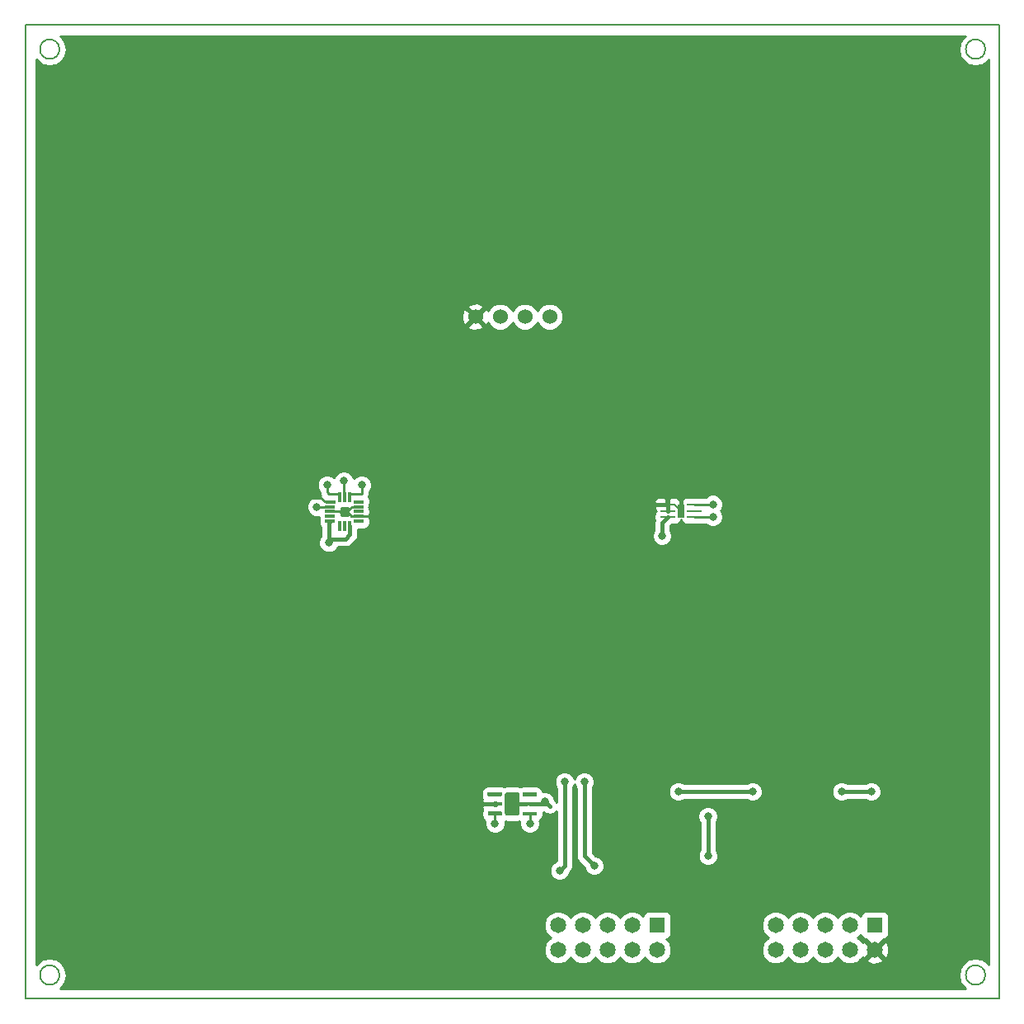
<source format=gbr>
%TF.GenerationSoftware,KiCad,Pcbnew,(5.0.0)*%
%TF.CreationDate,2020-03-23T14:28:17+01:00*%
%TF.ProjectId,Schaltplan_Modul4,536368616C74706C616E5F4D6F64756C,rev?*%
%TF.SameCoordinates,Original*%
%TF.FileFunction,Copper,L2,Bot,Signal*%
%TF.FilePolarity,Positive*%
%FSLAX46Y46*%
G04 Gerber Fmt 4.6, Leading zero omitted, Abs format (unit mm)*
G04 Created by KiCad (PCBNEW (5.0.0)) date 03/23/20 14:28:17*
%MOMM*%
%LPD*%
G01*
G04 APERTURE LIST*
%TA.AperFunction,NonConductor*%
%ADD10C,0.200000*%
%TD*%
%TA.AperFunction,ComponentPad*%
%ADD11C,1.530000*%
%TD*%
%TA.AperFunction,SMDPad,CuDef*%
%ADD12R,0.350000X1.000000*%
%TD*%
%TA.AperFunction,SMDPad,CuDef*%
%ADD13R,1.000000X0.350000*%
%TD*%
%TA.AperFunction,SMDPad,CuDef*%
%ADD14R,0.650000X1.350000*%
%TD*%
%TA.AperFunction,SMDPad,CuDef*%
%ADD15R,1.500000X0.270000*%
%TD*%
%TA.AperFunction,Conductor*%
%ADD16C,0.150000*%
%TD*%
%TA.AperFunction,SMDPad,CuDef*%
%ADD17C,1.500000*%
%TD*%
%TA.AperFunction,SMDPad,CuDef*%
%ADD18C,0.400000*%
%TD*%
%TA.AperFunction,ComponentPad*%
%ADD19R,1.650000X1.650000*%
%TD*%
%TA.AperFunction,ComponentPad*%
%ADD20C,1.650000*%
%TD*%
%TA.AperFunction,ViaPad*%
%ADD21C,0.800000*%
%TD*%
%TA.AperFunction,Conductor*%
%ADD22C,0.250000*%
%TD*%
%TA.AperFunction,Conductor*%
%ADD23C,0.200000*%
%TD*%
%TA.AperFunction,Conductor*%
%ADD24C,0.400000*%
%TD*%
%TA.AperFunction,Conductor*%
%ADD25C,0.254000*%
%TD*%
G04 APERTURE END LIST*
D10*
X103500000Y-147576000D02*
G75*
G03X103500000Y-147576000I-1000000J0D01*
G01*
X198576000Y-147576000D02*
G75*
G03X198576000Y-147576000I-1000000J0D01*
G01*
X198576000Y-52500000D02*
G75*
G03X198576000Y-52500000I-1000000J0D01*
G01*
X103500000Y-52500000D02*
G75*
G03X103500000Y-52500000I-1000000J0D01*
G01*
X100000000Y-50000000D02*
X100000000Y-150000000D01*
X100000000Y-150000000D02*
X200000000Y-150000000D01*
X200000000Y-50000000D02*
X200000000Y-150000000D01*
X100000000Y-50000000D02*
X200000000Y-50000000D01*
D11*
%TO.P,J1,4*%
%TO.N,GND*%
X146228000Y-79972000D03*
%TO.P,J1,1*%
%TO.N,+5V*%
X153848000Y-79972000D03*
%TO.P,J1,2*%
%TO.N,Net-(J1-Pad2)*%
X151308000Y-79972000D03*
%TO.P,J1,3*%
%TO.N,Net-(C2-Pad1)*%
X148768000Y-79972000D03*
%TD*%
D12*
%TO.P,AC1,6*%
%TO.N,/SDA*%
X132255000Y-98485000D03*
%TO.P,AC1,7*%
%TO.N,Net-(AC1-Pad7)*%
X132755000Y-98485000D03*
%TO.P,AC1,8*%
%TO.N,Net-(AC1-Pad8)*%
X133255000Y-98485000D03*
D13*
%TO.P,AC1,9*%
%TO.N,Net-(AC1-Pad9)*%
X134220000Y-98980000D03*
%TO.P,AC1,10*%
%TO.N,GND*%
X134220000Y-99480000D03*
%TO.P,AC1,11*%
%TO.N,Net-(AC1-Pad11)*%
X134220000Y-99980000D03*
%TO.P,AC1,12*%
%TO.N,GND*%
X134220000Y-100480000D03*
%TO.P,AC1,13*%
%TO.N,Net-(AC1-Pad13)*%
X134220000Y-100980000D03*
D12*
%TO.P,AC1,14*%
%TO.N,+3V3*%
X133255000Y-101485000D03*
%TO.P,AC1,15*%
%TO.N,Net-(AC1-Pad15)*%
X132755000Y-101485000D03*
%TO.P,AC1,16*%
%TO.N,Net-(AC1-Pad16)*%
X132255000Y-101485000D03*
D13*
%TO.P,AC1,1*%
%TO.N,+3V3*%
X131300000Y-100980000D03*
%TO.P,AC1,2*%
%TO.N,Net-(AC1-Pad2)*%
X131300000Y-100480000D03*
%TO.P,AC1,3*%
%TO.N,GND*%
X131300000Y-99980000D03*
%TO.P,AC1,4*%
%TO.N,/SCL*%
X131300000Y-99480000D03*
%TO.P,AC1,5*%
%TO.N,GND*%
X131305000Y-98980000D03*
%TD*%
D14*
%TO.P,IC1,7*%
%TO.N,GND*%
X167309999Y-99905920D03*
D15*
%TO.P,IC1,6*%
%TO.N,/SDA*%
X168694999Y-100555920D03*
%TO.P,IC1,5*%
%TO.N,Net-(IC1-Pad5)*%
X168694999Y-99905920D03*
%TO.P,IC1,4*%
%TO.N,/SCL*%
X168689999Y-99255920D03*
%TO.P,IC1,3*%
%TO.N,GND*%
X165939999Y-99255920D03*
%TO.P,IC1,2*%
X165944999Y-99905920D03*
%TO.P,IC1,1*%
%TO.N,+3V3*%
X165944999Y-100555920D03*
%TD*%
D16*
%TO.N,+3V3*%
%TO.C,U1*%
G36*
X150519504Y-128801204D02*
X150543773Y-128804804D01*
X150567571Y-128810765D01*
X150590671Y-128819030D01*
X150612849Y-128829520D01*
X150633893Y-128842133D01*
X150653598Y-128856747D01*
X150671777Y-128873223D01*
X150688253Y-128891402D01*
X150702867Y-128911107D01*
X150715480Y-128932151D01*
X150725970Y-128954329D01*
X150734235Y-128977429D01*
X150740196Y-129001227D01*
X150743796Y-129025496D01*
X150745000Y-129050000D01*
X150745000Y-130950000D01*
X150743796Y-130974504D01*
X150740196Y-130998773D01*
X150734235Y-131022571D01*
X150725970Y-131045671D01*
X150715480Y-131067849D01*
X150702867Y-131088893D01*
X150688253Y-131108598D01*
X150671777Y-131126777D01*
X150653598Y-131143253D01*
X150633893Y-131157867D01*
X150612849Y-131170480D01*
X150590671Y-131180970D01*
X150567571Y-131189235D01*
X150543773Y-131195196D01*
X150519504Y-131198796D01*
X150495000Y-131200000D01*
X149495000Y-131200000D01*
X149470496Y-131198796D01*
X149446227Y-131195196D01*
X149422429Y-131189235D01*
X149399329Y-131180970D01*
X149377151Y-131170480D01*
X149356107Y-131157867D01*
X149336402Y-131143253D01*
X149318223Y-131126777D01*
X149301747Y-131108598D01*
X149287133Y-131088893D01*
X149274520Y-131067849D01*
X149264030Y-131045671D01*
X149255765Y-131022571D01*
X149249804Y-130998773D01*
X149246204Y-130974504D01*
X149245000Y-130950000D01*
X149245000Y-129050000D01*
X149246204Y-129025496D01*
X149249804Y-129001227D01*
X149255765Y-128977429D01*
X149264030Y-128954329D01*
X149274520Y-128932151D01*
X149287133Y-128911107D01*
X149301747Y-128891402D01*
X149318223Y-128873223D01*
X149336402Y-128856747D01*
X149356107Y-128842133D01*
X149377151Y-128829520D01*
X149399329Y-128819030D01*
X149422429Y-128810765D01*
X149446227Y-128804804D01*
X149470496Y-128801204D01*
X149495000Y-128800000D01*
X150495000Y-128800000D01*
X150519504Y-128801204D01*
X150519504Y-128801204D01*
G37*
D17*
%TD*%
%TO.P,U1,7*%
%TO.N,+3V3*%
X149995000Y-130000000D03*
D16*
%TO.N,/SDA*%
%TO.C,U1*%
G36*
X148884802Y-130800482D02*
X148894509Y-130801921D01*
X148904028Y-130804306D01*
X148913268Y-130807612D01*
X148922140Y-130811808D01*
X148930557Y-130816853D01*
X148938439Y-130822699D01*
X148945711Y-130829289D01*
X148952301Y-130836561D01*
X148958147Y-130844443D01*
X148963192Y-130852860D01*
X148967388Y-130861732D01*
X148970694Y-130870972D01*
X148973079Y-130880491D01*
X148974518Y-130890198D01*
X148975000Y-130900000D01*
X148975000Y-131100000D01*
X148974518Y-131109802D01*
X148973079Y-131119509D01*
X148970694Y-131129028D01*
X148967388Y-131138268D01*
X148963192Y-131147140D01*
X148958147Y-131155557D01*
X148952301Y-131163439D01*
X148945711Y-131170711D01*
X148938439Y-131177301D01*
X148930557Y-131183147D01*
X148922140Y-131188192D01*
X148913268Y-131192388D01*
X148904028Y-131195694D01*
X148894509Y-131198079D01*
X148884802Y-131199518D01*
X148875000Y-131200000D01*
X147575000Y-131200000D01*
X147565198Y-131199518D01*
X147555491Y-131198079D01*
X147545972Y-131195694D01*
X147536732Y-131192388D01*
X147527860Y-131188192D01*
X147519443Y-131183147D01*
X147511561Y-131177301D01*
X147504289Y-131170711D01*
X147497699Y-131163439D01*
X147491853Y-131155557D01*
X147486808Y-131147140D01*
X147482612Y-131138268D01*
X147479306Y-131129028D01*
X147476921Y-131119509D01*
X147475482Y-131109802D01*
X147475000Y-131100000D01*
X147475000Y-130900000D01*
X147475482Y-130890198D01*
X147476921Y-130880491D01*
X147479306Y-130870972D01*
X147482612Y-130861732D01*
X147486808Y-130852860D01*
X147491853Y-130844443D01*
X147497699Y-130836561D01*
X147504289Y-130829289D01*
X147511561Y-130822699D01*
X147519443Y-130816853D01*
X147527860Y-130811808D01*
X147536732Y-130807612D01*
X147545972Y-130804306D01*
X147555491Y-130801921D01*
X147565198Y-130800482D01*
X147575000Y-130800000D01*
X148875000Y-130800000D01*
X148884802Y-130800482D01*
X148884802Y-130800482D01*
G37*
D18*
%TD*%
%TO.P,U1,1*%
%TO.N,/SDA*%
X148225000Y-131000000D03*
D16*
%TO.N,GND*%
%TO.C,U1*%
G36*
X148884802Y-129800482D02*
X148894509Y-129801921D01*
X148904028Y-129804306D01*
X148913268Y-129807612D01*
X148922140Y-129811808D01*
X148930557Y-129816853D01*
X148938439Y-129822699D01*
X148945711Y-129829289D01*
X148952301Y-129836561D01*
X148958147Y-129844443D01*
X148963192Y-129852860D01*
X148967388Y-129861732D01*
X148970694Y-129870972D01*
X148973079Y-129880491D01*
X148974518Y-129890198D01*
X148975000Y-129900000D01*
X148975000Y-130100000D01*
X148974518Y-130109802D01*
X148973079Y-130119509D01*
X148970694Y-130129028D01*
X148967388Y-130138268D01*
X148963192Y-130147140D01*
X148958147Y-130155557D01*
X148952301Y-130163439D01*
X148945711Y-130170711D01*
X148938439Y-130177301D01*
X148930557Y-130183147D01*
X148922140Y-130188192D01*
X148913268Y-130192388D01*
X148904028Y-130195694D01*
X148894509Y-130198079D01*
X148884802Y-130199518D01*
X148875000Y-130200000D01*
X147575000Y-130200000D01*
X147565198Y-130199518D01*
X147555491Y-130198079D01*
X147545972Y-130195694D01*
X147536732Y-130192388D01*
X147527860Y-130188192D01*
X147519443Y-130183147D01*
X147511561Y-130177301D01*
X147504289Y-130170711D01*
X147497699Y-130163439D01*
X147491853Y-130155557D01*
X147486808Y-130147140D01*
X147482612Y-130138268D01*
X147479306Y-130129028D01*
X147476921Y-130119509D01*
X147475482Y-130109802D01*
X147475000Y-130100000D01*
X147475000Y-129900000D01*
X147475482Y-129890198D01*
X147476921Y-129880491D01*
X147479306Y-129870972D01*
X147482612Y-129861732D01*
X147486808Y-129852860D01*
X147491853Y-129844443D01*
X147497699Y-129836561D01*
X147504289Y-129829289D01*
X147511561Y-129822699D01*
X147519443Y-129816853D01*
X147527860Y-129811808D01*
X147536732Y-129807612D01*
X147545972Y-129804306D01*
X147555491Y-129801921D01*
X147565198Y-129800482D01*
X147575000Y-129800000D01*
X148875000Y-129800000D01*
X148884802Y-129800482D01*
X148884802Y-129800482D01*
G37*
D18*
%TD*%
%TO.P,U1,2*%
%TO.N,GND*%
X148225000Y-130000000D03*
D16*
%TO.N,Net-(U1-Pad3)*%
%TO.C,U1*%
G36*
X148864802Y-128800482D02*
X148874509Y-128801921D01*
X148884028Y-128804306D01*
X148893268Y-128807612D01*
X148902140Y-128811808D01*
X148910557Y-128816853D01*
X148918439Y-128822699D01*
X148925711Y-128829289D01*
X148932301Y-128836561D01*
X148938147Y-128844443D01*
X148943192Y-128852860D01*
X148947388Y-128861732D01*
X148950694Y-128870972D01*
X148953079Y-128880491D01*
X148954518Y-128890198D01*
X148955000Y-128900000D01*
X148955000Y-129100000D01*
X148954518Y-129109802D01*
X148953079Y-129119509D01*
X148950694Y-129129028D01*
X148947388Y-129138268D01*
X148943192Y-129147140D01*
X148938147Y-129155557D01*
X148932301Y-129163439D01*
X148925711Y-129170711D01*
X148918439Y-129177301D01*
X148910557Y-129183147D01*
X148902140Y-129188192D01*
X148893268Y-129192388D01*
X148884028Y-129195694D01*
X148874509Y-129198079D01*
X148864802Y-129199518D01*
X148855000Y-129200000D01*
X147555000Y-129200000D01*
X147545198Y-129199518D01*
X147535491Y-129198079D01*
X147525972Y-129195694D01*
X147516732Y-129192388D01*
X147507860Y-129188192D01*
X147499443Y-129183147D01*
X147491561Y-129177301D01*
X147484289Y-129170711D01*
X147477699Y-129163439D01*
X147471853Y-129155557D01*
X147466808Y-129147140D01*
X147462612Y-129138268D01*
X147459306Y-129129028D01*
X147456921Y-129119509D01*
X147455482Y-129109802D01*
X147455000Y-129100000D01*
X147455000Y-128900000D01*
X147455482Y-128890198D01*
X147456921Y-128880491D01*
X147459306Y-128870972D01*
X147462612Y-128861732D01*
X147466808Y-128852860D01*
X147471853Y-128844443D01*
X147477699Y-128836561D01*
X147484289Y-128829289D01*
X147491561Y-128822699D01*
X147499443Y-128816853D01*
X147507860Y-128811808D01*
X147516732Y-128807612D01*
X147525972Y-128804306D01*
X147535491Y-128801921D01*
X147545198Y-128800482D01*
X147555000Y-128800000D01*
X148855000Y-128800000D01*
X148864802Y-128800482D01*
X148864802Y-128800482D01*
G37*
D18*
%TD*%
%TO.P,U1,3*%
%TO.N,Net-(U1-Pad3)*%
X148205000Y-129000000D03*
D16*
%TO.N,Net-(U1-Pad4)*%
%TO.C,U1*%
G36*
X152454802Y-128800482D02*
X152464509Y-128801921D01*
X152474028Y-128804306D01*
X152483268Y-128807612D01*
X152492140Y-128811808D01*
X152500557Y-128816853D01*
X152508439Y-128822699D01*
X152515711Y-128829289D01*
X152522301Y-128836561D01*
X152528147Y-128844443D01*
X152533192Y-128852860D01*
X152537388Y-128861732D01*
X152540694Y-128870972D01*
X152543079Y-128880491D01*
X152544518Y-128890198D01*
X152545000Y-128900000D01*
X152545000Y-129100000D01*
X152544518Y-129109802D01*
X152543079Y-129119509D01*
X152540694Y-129129028D01*
X152537388Y-129138268D01*
X152533192Y-129147140D01*
X152528147Y-129155557D01*
X152522301Y-129163439D01*
X152515711Y-129170711D01*
X152508439Y-129177301D01*
X152500557Y-129183147D01*
X152492140Y-129188192D01*
X152483268Y-129192388D01*
X152474028Y-129195694D01*
X152464509Y-129198079D01*
X152454802Y-129199518D01*
X152445000Y-129200000D01*
X151145000Y-129200000D01*
X151135198Y-129199518D01*
X151125491Y-129198079D01*
X151115972Y-129195694D01*
X151106732Y-129192388D01*
X151097860Y-129188192D01*
X151089443Y-129183147D01*
X151081561Y-129177301D01*
X151074289Y-129170711D01*
X151067699Y-129163439D01*
X151061853Y-129155557D01*
X151056808Y-129147140D01*
X151052612Y-129138268D01*
X151049306Y-129129028D01*
X151046921Y-129119509D01*
X151045482Y-129109802D01*
X151045000Y-129100000D01*
X151045000Y-128900000D01*
X151045482Y-128890198D01*
X151046921Y-128880491D01*
X151049306Y-128870972D01*
X151052612Y-128861732D01*
X151056808Y-128852860D01*
X151061853Y-128844443D01*
X151067699Y-128836561D01*
X151074289Y-128829289D01*
X151081561Y-128822699D01*
X151089443Y-128816853D01*
X151097860Y-128811808D01*
X151106732Y-128807612D01*
X151115972Y-128804306D01*
X151125491Y-128801921D01*
X151135198Y-128800482D01*
X151145000Y-128800000D01*
X152445000Y-128800000D01*
X152454802Y-128800482D01*
X152454802Y-128800482D01*
G37*
D18*
%TD*%
%TO.P,U1,4*%
%TO.N,Net-(U1-Pad4)*%
X151795000Y-129000000D03*
D16*
%TO.N,+3V3*%
%TO.C,U1*%
G36*
X152454802Y-129810482D02*
X152464509Y-129811921D01*
X152474028Y-129814306D01*
X152483268Y-129817612D01*
X152492140Y-129821808D01*
X152500557Y-129826853D01*
X152508439Y-129832699D01*
X152515711Y-129839289D01*
X152522301Y-129846561D01*
X152528147Y-129854443D01*
X152533192Y-129862860D01*
X152537388Y-129871732D01*
X152540694Y-129880972D01*
X152543079Y-129890491D01*
X152544518Y-129900198D01*
X152545000Y-129910000D01*
X152545000Y-130110000D01*
X152544518Y-130119802D01*
X152543079Y-130129509D01*
X152540694Y-130139028D01*
X152537388Y-130148268D01*
X152533192Y-130157140D01*
X152528147Y-130165557D01*
X152522301Y-130173439D01*
X152515711Y-130180711D01*
X152508439Y-130187301D01*
X152500557Y-130193147D01*
X152492140Y-130198192D01*
X152483268Y-130202388D01*
X152474028Y-130205694D01*
X152464509Y-130208079D01*
X152454802Y-130209518D01*
X152445000Y-130210000D01*
X151145000Y-130210000D01*
X151135198Y-130209518D01*
X151125491Y-130208079D01*
X151115972Y-130205694D01*
X151106732Y-130202388D01*
X151097860Y-130198192D01*
X151089443Y-130193147D01*
X151081561Y-130187301D01*
X151074289Y-130180711D01*
X151067699Y-130173439D01*
X151061853Y-130165557D01*
X151056808Y-130157140D01*
X151052612Y-130148268D01*
X151049306Y-130139028D01*
X151046921Y-130129509D01*
X151045482Y-130119802D01*
X151045000Y-130110000D01*
X151045000Y-129910000D01*
X151045482Y-129900198D01*
X151046921Y-129890491D01*
X151049306Y-129880972D01*
X151052612Y-129871732D01*
X151056808Y-129862860D01*
X151061853Y-129854443D01*
X151067699Y-129846561D01*
X151074289Y-129839289D01*
X151081561Y-129832699D01*
X151089443Y-129826853D01*
X151097860Y-129821808D01*
X151106732Y-129817612D01*
X151115972Y-129814306D01*
X151125491Y-129811921D01*
X151135198Y-129810482D01*
X151145000Y-129810000D01*
X152445000Y-129810000D01*
X152454802Y-129810482D01*
X152454802Y-129810482D01*
G37*
D18*
%TD*%
%TO.P,U1,5*%
%TO.N,+3V3*%
X151795000Y-130010000D03*
D16*
%TO.N,/SCL*%
%TO.C,U1*%
G36*
X152454802Y-130810482D02*
X152464509Y-130811921D01*
X152474028Y-130814306D01*
X152483268Y-130817612D01*
X152492140Y-130821808D01*
X152500557Y-130826853D01*
X152508439Y-130832699D01*
X152515711Y-130839289D01*
X152522301Y-130846561D01*
X152528147Y-130854443D01*
X152533192Y-130862860D01*
X152537388Y-130871732D01*
X152540694Y-130880972D01*
X152543079Y-130890491D01*
X152544518Y-130900198D01*
X152545000Y-130910000D01*
X152545000Y-131110000D01*
X152544518Y-131119802D01*
X152543079Y-131129509D01*
X152540694Y-131139028D01*
X152537388Y-131148268D01*
X152533192Y-131157140D01*
X152528147Y-131165557D01*
X152522301Y-131173439D01*
X152515711Y-131180711D01*
X152508439Y-131187301D01*
X152500557Y-131193147D01*
X152492140Y-131198192D01*
X152483268Y-131202388D01*
X152474028Y-131205694D01*
X152464509Y-131208079D01*
X152454802Y-131209518D01*
X152445000Y-131210000D01*
X151145000Y-131210000D01*
X151135198Y-131209518D01*
X151125491Y-131208079D01*
X151115972Y-131205694D01*
X151106732Y-131202388D01*
X151097860Y-131198192D01*
X151089443Y-131193147D01*
X151081561Y-131187301D01*
X151074289Y-131180711D01*
X151067699Y-131173439D01*
X151061853Y-131165557D01*
X151056808Y-131157140D01*
X151052612Y-131148268D01*
X151049306Y-131139028D01*
X151046921Y-131129509D01*
X151045482Y-131119802D01*
X151045000Y-131110000D01*
X151045000Y-130910000D01*
X151045482Y-130900198D01*
X151046921Y-130890491D01*
X151049306Y-130880972D01*
X151052612Y-130871732D01*
X151056808Y-130862860D01*
X151061853Y-130854443D01*
X151067699Y-130846561D01*
X151074289Y-130839289D01*
X151081561Y-130832699D01*
X151089443Y-130826853D01*
X151097860Y-130821808D01*
X151106732Y-130817612D01*
X151115972Y-130814306D01*
X151125491Y-130811921D01*
X151135198Y-130810482D01*
X151145000Y-130810000D01*
X152445000Y-130810000D01*
X152454802Y-130810482D01*
X152454802Y-130810482D01*
G37*
D18*
%TD*%
%TO.P,U1,6*%
%TO.N,/SCL*%
X151795000Y-131010000D03*
D19*
%TO.P,J4,1*%
%TO.N,+3V3*%
X187216000Y-142456000D03*
D20*
%TO.P,J4,2*%
%TO.N,GND*%
X187216000Y-144996000D03*
%TO.P,J4,3*%
%TO.N,+5V*%
X184676000Y-142456000D03*
%TO.P,J4,4*%
%TO.N,/VSPI_CLK*%
X184676000Y-144996000D03*
%TO.P,J4,5*%
%TO.N,/SCL*%
X182136000Y-142456000D03*
%TO.P,J4,6*%
%TO.N,/VSPI_MOSI*%
X182136000Y-144996000D03*
%TO.P,J4,7*%
%TO.N,/SDA*%
X179596000Y-142456000D03*
%TO.P,J4,8*%
%TO.N,/VSPI_MISO*%
X179596000Y-144996000D03*
%TO.P,J4,9*%
%TO.N,Net-(J4-Pad9)*%
X177056000Y-142456000D03*
%TO.P,J4,10*%
%TO.N,/VSPI_CS*%
X177056000Y-144996000D03*
%TD*%
D19*
%TO.P,J5,1*%
%TO.N,/IO14*%
X164864000Y-142456000D03*
D20*
%TO.P,J5,2*%
%TO.N,/IO27*%
X164864000Y-144996000D03*
%TO.P,J5,3*%
%TO.N,N/C*%
X162324000Y-142456000D03*
%TO.P,J5,4*%
X162324000Y-144996000D03*
%TO.P,J5,5*%
X159784000Y-142456000D03*
%TO.P,J5,6*%
X159784000Y-144996000D03*
%TO.P,J5,7*%
X157244000Y-142456000D03*
%TO.P,J5,8*%
X157244000Y-144996000D03*
%TO.P,J5,9*%
X154704000Y-142456000D03*
%TO.P,J5,10*%
X154704000Y-144996000D03*
%TD*%
D21*
%TO.N,GND*%
X160500000Y-84721500D03*
X162192000Y-88299000D03*
X161976000Y-104356000D03*
X158736000Y-130264000D03*
X134644000Y-104864000D03*
X150824000Y-83224000D03*
X129972000Y-91656000D03*
%TO.N,/IO27*%
X158420000Y-136360000D03*
X157404000Y-127724000D03*
%TO.N,/IO14*%
X154864000Y-136868000D03*
X155372000Y-127724000D03*
%TO.N,+3V3*%
X186868000Y-128740000D03*
X165375000Y-102481000D03*
X131145000Y-103183000D03*
X153340000Y-129756000D03*
X174676000Y-128740000D03*
X167056000Y-128740000D03*
X183820000Y-128740000D03*
%TO.N,/SDA*%
X170591920Y-100535840D03*
X130988000Y-97244000D03*
X170094080Y-131270080D03*
X170104000Y-135344000D03*
X148225000Y-132007000D03*
%TO.N,/SCL*%
X170591920Y-99235840D03*
X129895000Y-99480000D03*
X151795000Y-132021000D03*
%TO.N,Net-(AC1-Pad7)*%
X132700000Y-96800000D03*
%TO.N,Net-(AC1-Pad8)*%
X134541000Y-97247000D03*
%TD*%
D22*
%TO.N,GND*%
X131050000Y-98950000D02*
X130750000Y-98950000D01*
X130750000Y-98950000D02*
X130350000Y-98550000D01*
X130350000Y-98550000D02*
X128400000Y-98550000D01*
D23*
X148225000Y-130000000D02*
X145000000Y-130000000D01*
D22*
X133520000Y-99480000D02*
X134220000Y-99480000D01*
X133504998Y-99480000D02*
X133520000Y-99480000D01*
X133004998Y-99980000D02*
X133504998Y-99480000D01*
X133500000Y-100480000D02*
X133000000Y-99980000D01*
X134220000Y-100480000D02*
X133500000Y-100480000D01*
X131300000Y-99980000D02*
X133000000Y-99980000D01*
D23*
X133000000Y-99980000D02*
X133004998Y-99980000D01*
X166659999Y-99255920D02*
X165939999Y-99255920D01*
X167309999Y-99905920D02*
X166659999Y-99255920D01*
D22*
X134220000Y-100480000D02*
X135480000Y-100480000D01*
D24*
X165939999Y-99255920D02*
X165024000Y-99255920D01*
X165024000Y-99255920D02*
X164516000Y-99255920D01*
D23*
X164516000Y-99255920D02*
X164255920Y-99255920D01*
D24*
X167309999Y-98830920D02*
X167056000Y-98576921D01*
X167309999Y-99905920D02*
X167309999Y-98830920D01*
X165944999Y-99260920D02*
X165939999Y-99255920D01*
X165944999Y-99905920D02*
X165944999Y-99260920D01*
%TO.N,/IO27*%
X157404000Y-127724000D02*
X157404000Y-127724000D01*
X158420000Y-136360000D02*
X157404000Y-135344000D01*
X157404000Y-135344000D02*
X157404000Y-127724000D01*
%TO.N,/IO14*%
X154864000Y-136868000D02*
X155372000Y-136360000D01*
X155372000Y-136360000D02*
X155372000Y-127724000D01*
X155372000Y-127724000D02*
X155372000Y-127724000D01*
%TO.N,+3V3*%
X149995000Y-130000000D02*
X151445000Y-130000000D01*
X165375000Y-101125919D02*
X165944999Y-100555920D01*
X165375000Y-102481000D02*
X165375000Y-101125919D01*
X133330001Y-102305001D02*
X133330001Y-101485000D01*
X132852001Y-102783001D02*
X133330001Y-102305001D01*
X131544999Y-102783001D02*
X132852001Y-102783001D01*
X131145000Y-103183000D02*
X131544999Y-102783001D01*
X131145000Y-101210001D02*
X131300000Y-101055001D01*
X131145000Y-103183000D02*
X131145000Y-101210001D01*
X153594000Y-130010000D02*
X153848000Y-130264000D01*
X151795000Y-130010000D02*
X153594000Y-130010000D01*
X174676000Y-128740000D02*
X167056000Y-128740000D01*
X167056000Y-128740000D02*
X167056000Y-128740000D01*
X183820000Y-128740000D02*
X186017999Y-128740000D01*
X186017999Y-128740000D02*
X186868000Y-128740000D01*
D22*
%TO.N,/SDA*%
X132200000Y-98200000D02*
X131200000Y-98200000D01*
X131200000Y-98200000D02*
X131000000Y-98000000D01*
X131000000Y-98000000D02*
X131000000Y-97200000D01*
X168694999Y-100555920D02*
X170094080Y-100555920D01*
X148225000Y-131753000D02*
X148225000Y-132007000D01*
X148225000Y-132007000D02*
X148225000Y-131753000D01*
X170094080Y-100555920D02*
X170094080Y-100555920D01*
D24*
X170094080Y-135334080D02*
X170104000Y-135344000D01*
X170094080Y-131270080D02*
X170094080Y-135334080D01*
X170571840Y-100555920D02*
X170591920Y-100535840D01*
D22*
X170094080Y-100555920D02*
X170571840Y-100555920D01*
X148225000Y-131000000D02*
X148225000Y-132007000D01*
X148225000Y-132007000D02*
X148225000Y-132007000D01*
%TO.N,/SCL*%
X131300000Y-99480000D02*
X129895000Y-99480000D01*
X168689999Y-99255920D02*
X170083920Y-99255920D01*
X151795000Y-131010000D02*
X151795000Y-132021000D01*
X151795000Y-131767000D02*
X151795000Y-132021000D01*
X151795000Y-132021000D02*
X151795000Y-131767000D01*
X170083920Y-99255920D02*
X170083920Y-99255920D01*
X129895000Y-99480000D02*
X129895000Y-99480000D01*
X151795000Y-132021000D02*
X151795000Y-132021000D01*
D24*
X170571840Y-99255920D02*
X170591920Y-99235840D01*
D22*
X168689999Y-99255920D02*
X170571840Y-99255920D01*
%TO.N,Net-(AC1-Pad7)*%
X132700000Y-96700000D02*
X132700000Y-96700000D01*
X132700000Y-96700000D02*
X132700000Y-98224000D01*
%TO.N,Net-(AC1-Pad8)*%
X133250000Y-98150000D02*
X134520000Y-98150000D01*
D24*
X134541000Y-97247000D02*
X134541000Y-97247000D01*
D22*
X134541000Y-98129000D02*
X134520000Y-98150000D01*
X134541000Y-97247000D02*
X134541000Y-98129000D01*
%TD*%
D25*
%TO.N,GND*%
G36*
X196335028Y-51259028D02*
X195954591Y-51828391D01*
X195821000Y-52500000D01*
X195954591Y-53171609D01*
X196335028Y-53740972D01*
X196904391Y-54121409D01*
X197576000Y-54255000D01*
X198247609Y-54121409D01*
X198816972Y-53740972D01*
X198933000Y-53567324D01*
X198933000Y-146508676D01*
X198816972Y-146335028D01*
X198247609Y-145954591D01*
X197576000Y-145821000D01*
X196904391Y-145954591D01*
X196335028Y-146335028D01*
X195954591Y-146904391D01*
X195821000Y-147576000D01*
X195954591Y-148247609D01*
X196335028Y-148816972D01*
X196508676Y-148933000D01*
X103567324Y-148933000D01*
X103740972Y-148816972D01*
X104121409Y-148247609D01*
X104255000Y-147576000D01*
X104121409Y-146904391D01*
X103740972Y-146335028D01*
X103171609Y-145954591D01*
X102500000Y-145821000D01*
X101828391Y-145954591D01*
X101259028Y-146335028D01*
X101143000Y-146508676D01*
X101143000Y-142165588D01*
X153244000Y-142165588D01*
X153244000Y-142746412D01*
X153466272Y-143283024D01*
X153876976Y-143693728D01*
X153954887Y-143726000D01*
X153876976Y-143758272D01*
X153466272Y-144168976D01*
X153244000Y-144705588D01*
X153244000Y-145286412D01*
X153466272Y-145823024D01*
X153876976Y-146233728D01*
X154413588Y-146456000D01*
X154994412Y-146456000D01*
X155531024Y-146233728D01*
X155941728Y-145823024D01*
X155974000Y-145745113D01*
X156006272Y-145823024D01*
X156416976Y-146233728D01*
X156953588Y-146456000D01*
X157534412Y-146456000D01*
X158071024Y-146233728D01*
X158481728Y-145823024D01*
X158514000Y-145745113D01*
X158546272Y-145823024D01*
X158956976Y-146233728D01*
X159493588Y-146456000D01*
X160074412Y-146456000D01*
X160611024Y-146233728D01*
X161021728Y-145823024D01*
X161054000Y-145745113D01*
X161086272Y-145823024D01*
X161496976Y-146233728D01*
X162033588Y-146456000D01*
X162614412Y-146456000D01*
X163151024Y-146233728D01*
X163561728Y-145823024D01*
X163594000Y-145745113D01*
X163626272Y-145823024D01*
X164036976Y-146233728D01*
X164573588Y-146456000D01*
X165154412Y-146456000D01*
X165691024Y-146233728D01*
X166101728Y-145823024D01*
X166324000Y-145286412D01*
X166324000Y-144705588D01*
X166101728Y-144168976D01*
X165832624Y-143899872D01*
X165936765Y-143879157D01*
X166146809Y-143738809D01*
X166287157Y-143528765D01*
X166336440Y-143281000D01*
X166336440Y-142165588D01*
X175596000Y-142165588D01*
X175596000Y-142746412D01*
X175818272Y-143283024D01*
X176228976Y-143693728D01*
X176306887Y-143726000D01*
X176228976Y-143758272D01*
X175818272Y-144168976D01*
X175596000Y-144705588D01*
X175596000Y-145286412D01*
X175818272Y-145823024D01*
X176228976Y-146233728D01*
X176765588Y-146456000D01*
X177346412Y-146456000D01*
X177883024Y-146233728D01*
X178293728Y-145823024D01*
X178326000Y-145745113D01*
X178358272Y-145823024D01*
X178768976Y-146233728D01*
X179305588Y-146456000D01*
X179886412Y-146456000D01*
X180423024Y-146233728D01*
X180833728Y-145823024D01*
X180866000Y-145745113D01*
X180898272Y-145823024D01*
X181308976Y-146233728D01*
X181845588Y-146456000D01*
X182426412Y-146456000D01*
X182963024Y-146233728D01*
X183373728Y-145823024D01*
X183406000Y-145745113D01*
X183438272Y-145823024D01*
X183848976Y-146233728D01*
X184385588Y-146456000D01*
X184966412Y-146456000D01*
X185503024Y-146233728D01*
X185714899Y-146021853D01*
X186369752Y-146021853D01*
X186446956Y-146270563D01*
X186993250Y-146467843D01*
X187573456Y-146441048D01*
X187985044Y-146270563D01*
X188062248Y-146021853D01*
X187216000Y-145175605D01*
X186369752Y-146021853D01*
X185714899Y-146021853D01*
X185913728Y-145823024D01*
X185939591Y-145760586D01*
X185941437Y-145765044D01*
X186190147Y-145842248D01*
X187036395Y-144996000D01*
X187395605Y-144996000D01*
X188241853Y-145842248D01*
X188490563Y-145765044D01*
X188687843Y-145218750D01*
X188661048Y-144638544D01*
X188490563Y-144226956D01*
X188241853Y-144149752D01*
X187395605Y-144996000D01*
X187036395Y-144996000D01*
X186190147Y-144149752D01*
X185941437Y-144226956D01*
X185939717Y-144231719D01*
X185913728Y-144168976D01*
X185503024Y-143758272D01*
X185425113Y-143726000D01*
X185503024Y-143693728D01*
X185772128Y-143424624D01*
X185792843Y-143528765D01*
X185933191Y-143738809D01*
X186143235Y-143879157D01*
X186383181Y-143926885D01*
X186369752Y-143970147D01*
X187216000Y-144816395D01*
X188062248Y-143970147D01*
X188048819Y-143926885D01*
X188288765Y-143879157D01*
X188498809Y-143738809D01*
X188639157Y-143528765D01*
X188688440Y-143281000D01*
X188688440Y-141631000D01*
X188639157Y-141383235D01*
X188498809Y-141173191D01*
X188288765Y-141032843D01*
X188041000Y-140983560D01*
X186391000Y-140983560D01*
X186143235Y-141032843D01*
X185933191Y-141173191D01*
X185792843Y-141383235D01*
X185772128Y-141487376D01*
X185503024Y-141218272D01*
X184966412Y-140996000D01*
X184385588Y-140996000D01*
X183848976Y-141218272D01*
X183438272Y-141628976D01*
X183406000Y-141706887D01*
X183373728Y-141628976D01*
X182963024Y-141218272D01*
X182426412Y-140996000D01*
X181845588Y-140996000D01*
X181308976Y-141218272D01*
X180898272Y-141628976D01*
X180866000Y-141706887D01*
X180833728Y-141628976D01*
X180423024Y-141218272D01*
X179886412Y-140996000D01*
X179305588Y-140996000D01*
X178768976Y-141218272D01*
X178358272Y-141628976D01*
X178326000Y-141706887D01*
X178293728Y-141628976D01*
X177883024Y-141218272D01*
X177346412Y-140996000D01*
X176765588Y-140996000D01*
X176228976Y-141218272D01*
X175818272Y-141628976D01*
X175596000Y-142165588D01*
X166336440Y-142165588D01*
X166336440Y-141631000D01*
X166287157Y-141383235D01*
X166146809Y-141173191D01*
X165936765Y-141032843D01*
X165689000Y-140983560D01*
X164039000Y-140983560D01*
X163791235Y-141032843D01*
X163581191Y-141173191D01*
X163440843Y-141383235D01*
X163420128Y-141487376D01*
X163151024Y-141218272D01*
X162614412Y-140996000D01*
X162033588Y-140996000D01*
X161496976Y-141218272D01*
X161086272Y-141628976D01*
X161054000Y-141706887D01*
X161021728Y-141628976D01*
X160611024Y-141218272D01*
X160074412Y-140996000D01*
X159493588Y-140996000D01*
X158956976Y-141218272D01*
X158546272Y-141628976D01*
X158514000Y-141706887D01*
X158481728Y-141628976D01*
X158071024Y-141218272D01*
X157534412Y-140996000D01*
X156953588Y-140996000D01*
X156416976Y-141218272D01*
X156006272Y-141628976D01*
X155974000Y-141706887D01*
X155941728Y-141628976D01*
X155531024Y-141218272D01*
X154994412Y-140996000D01*
X154413588Y-140996000D01*
X153876976Y-141218272D01*
X153466272Y-141628976D01*
X153244000Y-142165588D01*
X101143000Y-142165588D01*
X101143000Y-128900000D01*
X146807560Y-128900000D01*
X146807560Y-129100000D01*
X146864455Y-129386033D01*
X146922913Y-129473521D01*
X146840000Y-129673690D01*
X146840000Y-129741250D01*
X146998750Y-129900000D01*
X148098000Y-129900000D01*
X148098000Y-129853000D01*
X148352000Y-129853000D01*
X148352000Y-129900000D01*
X148372000Y-129900000D01*
X148372000Y-130100000D01*
X148352000Y-130100000D01*
X148352000Y-130147000D01*
X148098000Y-130147000D01*
X148098000Y-130100000D01*
X146998750Y-130100000D01*
X146840000Y-130258750D01*
X146840000Y-130326310D01*
X146930566Y-130544956D01*
X146884455Y-130613967D01*
X146827560Y-130900000D01*
X146827560Y-131100000D01*
X146884455Y-131386033D01*
X147046480Y-131628520D01*
X147214886Y-131741046D01*
X147190000Y-131801126D01*
X147190000Y-132212874D01*
X147347569Y-132593280D01*
X147638720Y-132884431D01*
X148019126Y-133042000D01*
X148430874Y-133042000D01*
X148811280Y-132884431D01*
X149102431Y-132593280D01*
X149260000Y-132212874D01*
X149260000Y-131801126D01*
X149259806Y-131800657D01*
X149495000Y-131847440D01*
X150495000Y-131847440D01*
X150769208Y-131792896D01*
X150760000Y-131815126D01*
X150760000Y-132226874D01*
X150917569Y-132607280D01*
X151208720Y-132898431D01*
X151589126Y-133056000D01*
X152000874Y-133056000D01*
X152381280Y-132898431D01*
X152672431Y-132607280D01*
X152830000Y-132226874D01*
X152830000Y-131815126D01*
X152803816Y-131751913D01*
X152973520Y-131638520D01*
X153135545Y-131396033D01*
X153192440Y-131110000D01*
X153192440Y-130910000D01*
X153179511Y-130845000D01*
X153248133Y-130845000D01*
X153315717Y-130912584D01*
X153522200Y-131050552D01*
X153847999Y-131115357D01*
X154173799Y-131050552D01*
X154450000Y-130866000D01*
X154537001Y-130735795D01*
X154537000Y-135883172D01*
X154277720Y-135990569D01*
X153986569Y-136281720D01*
X153829000Y-136662126D01*
X153829000Y-137073874D01*
X153986569Y-137454280D01*
X154277720Y-137745431D01*
X154658126Y-137903000D01*
X155069874Y-137903000D01*
X155450280Y-137745431D01*
X155741431Y-137454280D01*
X155899000Y-137073874D01*
X155899000Y-137013868D01*
X155904284Y-137008584D01*
X155974001Y-136962001D01*
X156158552Y-136685801D01*
X156207000Y-136442237D01*
X156207000Y-136442234D01*
X156223357Y-136360001D01*
X156207000Y-136277768D01*
X156207000Y-128352711D01*
X156249431Y-128310280D01*
X156388000Y-127975744D01*
X156526569Y-128310280D01*
X156569001Y-128352712D01*
X156569000Y-135261767D01*
X156552643Y-135344000D01*
X156569000Y-135426233D01*
X156569000Y-135426236D01*
X156617448Y-135669800D01*
X156801999Y-135946001D01*
X156871720Y-135992587D01*
X157385000Y-136505868D01*
X157385000Y-136565874D01*
X157542569Y-136946280D01*
X157833720Y-137237431D01*
X158214126Y-137395000D01*
X158625874Y-137395000D01*
X159006280Y-137237431D01*
X159297431Y-136946280D01*
X159455000Y-136565874D01*
X159455000Y-136154126D01*
X159297431Y-135773720D01*
X159006280Y-135482569D01*
X158625874Y-135325000D01*
X158565868Y-135325000D01*
X158239000Y-134998133D01*
X158239000Y-131064206D01*
X169059080Y-131064206D01*
X169059080Y-131475954D01*
X169216649Y-131856360D01*
X169259080Y-131898791D01*
X169259081Y-134725208D01*
X169226569Y-134757720D01*
X169069000Y-135138126D01*
X169069000Y-135549874D01*
X169226569Y-135930280D01*
X169517720Y-136221431D01*
X169898126Y-136379000D01*
X170309874Y-136379000D01*
X170690280Y-136221431D01*
X170981431Y-135930280D01*
X171139000Y-135549874D01*
X171139000Y-135138126D01*
X170981431Y-134757720D01*
X170929080Y-134705369D01*
X170929080Y-131898791D01*
X170971511Y-131856360D01*
X171129080Y-131475954D01*
X171129080Y-131064206D01*
X170971511Y-130683800D01*
X170680360Y-130392649D01*
X170299954Y-130235080D01*
X169888206Y-130235080D01*
X169507800Y-130392649D01*
X169216649Y-130683800D01*
X169059080Y-131064206D01*
X158239000Y-131064206D01*
X158239000Y-128534126D01*
X166021000Y-128534126D01*
X166021000Y-128945874D01*
X166178569Y-129326280D01*
X166469720Y-129617431D01*
X166850126Y-129775000D01*
X167261874Y-129775000D01*
X167642280Y-129617431D01*
X167684711Y-129575000D01*
X174047289Y-129575000D01*
X174089720Y-129617431D01*
X174470126Y-129775000D01*
X174881874Y-129775000D01*
X175262280Y-129617431D01*
X175553431Y-129326280D01*
X175711000Y-128945874D01*
X175711000Y-128534126D01*
X182785000Y-128534126D01*
X182785000Y-128945874D01*
X182942569Y-129326280D01*
X183233720Y-129617431D01*
X183614126Y-129775000D01*
X184025874Y-129775000D01*
X184406280Y-129617431D01*
X184448711Y-129575000D01*
X186239289Y-129575000D01*
X186281720Y-129617431D01*
X186662126Y-129775000D01*
X187073874Y-129775000D01*
X187454280Y-129617431D01*
X187745431Y-129326280D01*
X187903000Y-128945874D01*
X187903000Y-128534126D01*
X187745431Y-128153720D01*
X187454280Y-127862569D01*
X187073874Y-127705000D01*
X186662126Y-127705000D01*
X186281720Y-127862569D01*
X186239289Y-127905000D01*
X184448711Y-127905000D01*
X184406280Y-127862569D01*
X184025874Y-127705000D01*
X183614126Y-127705000D01*
X183233720Y-127862569D01*
X182942569Y-128153720D01*
X182785000Y-128534126D01*
X175711000Y-128534126D01*
X175553431Y-128153720D01*
X175262280Y-127862569D01*
X174881874Y-127705000D01*
X174470126Y-127705000D01*
X174089720Y-127862569D01*
X174047289Y-127905000D01*
X167684711Y-127905000D01*
X167642280Y-127862569D01*
X167261874Y-127705000D01*
X166850126Y-127705000D01*
X166469720Y-127862569D01*
X166178569Y-128153720D01*
X166021000Y-128534126D01*
X158239000Y-128534126D01*
X158239000Y-128352711D01*
X158281431Y-128310280D01*
X158439000Y-127929874D01*
X158439000Y-127518126D01*
X158281431Y-127137720D01*
X157990280Y-126846569D01*
X157609874Y-126689000D01*
X157198126Y-126689000D01*
X156817720Y-126846569D01*
X156526569Y-127137720D01*
X156388000Y-127472256D01*
X156249431Y-127137720D01*
X155958280Y-126846569D01*
X155577874Y-126689000D01*
X155166126Y-126689000D01*
X154785720Y-126846569D01*
X154494569Y-127137720D01*
X154337000Y-127518126D01*
X154337000Y-127929874D01*
X154494569Y-128310280D01*
X154537001Y-128352712D01*
X154537001Y-129792205D01*
X154496584Y-129731717D01*
X154375000Y-129610133D01*
X154375000Y-129550126D01*
X154217431Y-129169720D01*
X153926280Y-128878569D01*
X153545874Y-128721000D01*
X153156835Y-128721000D01*
X153135545Y-128613967D01*
X152973520Y-128371480D01*
X152731033Y-128209455D01*
X152445000Y-128152560D01*
X151145000Y-128152560D01*
X150858967Y-128209455D01*
X150840156Y-128222024D01*
X150838435Y-128220874D01*
X150495000Y-128152560D01*
X149495000Y-128152560D01*
X149156618Y-128219869D01*
X149141033Y-128209455D01*
X148855000Y-128152560D01*
X147555000Y-128152560D01*
X147268967Y-128209455D01*
X147026480Y-128371480D01*
X146864455Y-128613967D01*
X146807560Y-128900000D01*
X101143000Y-128900000D01*
X101143000Y-99274126D01*
X128860000Y-99274126D01*
X128860000Y-99685874D01*
X129017569Y-100066280D01*
X129308720Y-100357431D01*
X129689126Y-100515000D01*
X130100874Y-100515000D01*
X130152560Y-100493591D01*
X130152560Y-100655000D01*
X130167478Y-100730000D01*
X130152560Y-100805000D01*
X130152560Y-101155000D01*
X130201843Y-101402765D01*
X130310001Y-101564633D01*
X130310000Y-102554289D01*
X130267569Y-102596720D01*
X130110000Y-102977126D01*
X130110000Y-103388874D01*
X130267569Y-103769280D01*
X130558720Y-104060431D01*
X130939126Y-104218000D01*
X131350874Y-104218000D01*
X131731280Y-104060431D01*
X132022431Y-103769280D01*
X132085093Y-103618001D01*
X132769768Y-103618001D01*
X132852001Y-103634358D01*
X132934234Y-103618001D01*
X132934238Y-103618001D01*
X133177802Y-103569553D01*
X133454002Y-103385002D01*
X133500588Y-103315281D01*
X133862281Y-102953588D01*
X133932002Y-102907002D01*
X134116553Y-102630802D01*
X134165001Y-102387238D01*
X134165001Y-102387235D01*
X134181358Y-102305002D01*
X134175416Y-102275126D01*
X164340000Y-102275126D01*
X164340000Y-102686874D01*
X164497569Y-103067280D01*
X164788720Y-103358431D01*
X165169126Y-103516000D01*
X165580874Y-103516000D01*
X165961280Y-103358431D01*
X166252431Y-103067280D01*
X166410000Y-102686874D01*
X166410000Y-102275126D01*
X166252431Y-101894720D01*
X166210000Y-101852289D01*
X166210000Y-101471787D01*
X166343427Y-101338360D01*
X166694999Y-101338360D01*
X166942764Y-101289077D01*
X167152808Y-101148729D01*
X167293156Y-100938685D01*
X167319999Y-100803735D01*
X167346842Y-100938685D01*
X167487190Y-101148729D01*
X167697234Y-101289077D01*
X167944999Y-101338360D01*
X169444999Y-101338360D01*
X169557814Y-101315920D01*
X169908289Y-101315920D01*
X170005640Y-101413271D01*
X170386046Y-101570840D01*
X170797794Y-101570840D01*
X171178200Y-101413271D01*
X171469351Y-101122120D01*
X171626920Y-100741714D01*
X171626920Y-100329966D01*
X171469351Y-99949560D01*
X171405631Y-99885840D01*
X171469351Y-99822120D01*
X171626920Y-99441714D01*
X171626920Y-99029966D01*
X171469351Y-98649560D01*
X171178200Y-98358409D01*
X170797794Y-98200840D01*
X170386046Y-98200840D01*
X170005640Y-98358409D01*
X169868129Y-98495920D01*
X169552814Y-98495920D01*
X169439999Y-98473480D01*
X167939999Y-98473480D01*
X167692234Y-98522763D01*
X167482190Y-98663111D01*
X167341842Y-98873155D01*
X167320057Y-98982678D01*
X167228326Y-98761221D01*
X167049697Y-98582593D01*
X166816308Y-98485920D01*
X166225749Y-98485920D01*
X166066999Y-98644670D01*
X166066999Y-99188420D01*
X166086999Y-99188420D01*
X166086999Y-99279670D01*
X166071999Y-99294670D01*
X166071999Y-99323420D01*
X166066999Y-99323420D01*
X166066999Y-99390920D01*
X165817999Y-99390920D01*
X165817999Y-99294670D01*
X165711749Y-99188420D01*
X165812999Y-99188420D01*
X165812999Y-98644670D01*
X165654249Y-98485920D01*
X165063690Y-98485920D01*
X164830301Y-98582593D01*
X164651672Y-98761221D01*
X164554999Y-98994610D01*
X164554999Y-99029670D01*
X164713749Y-99188420D01*
X164941944Y-99188420D01*
X164835301Y-99232593D01*
X164744473Y-99323420D01*
X164713749Y-99323420D01*
X164554999Y-99482170D01*
X164554999Y-99517230D01*
X164583880Y-99586956D01*
X164559999Y-99644610D01*
X164559999Y-99679670D01*
X164718749Y-99838420D01*
X164739473Y-99838420D01*
X164813306Y-99912252D01*
X164737190Y-99963111D01*
X164730302Y-99973420D01*
X164718749Y-99973420D01*
X164559999Y-100132170D01*
X164559999Y-100167230D01*
X164585686Y-100229243D01*
X164547559Y-100420920D01*
X164547559Y-100690920D01*
X164578864Y-100848302D01*
X164523643Y-101125919D01*
X164540001Y-101208156D01*
X164540000Y-101852289D01*
X164497569Y-101894720D01*
X164340000Y-102275126D01*
X134175416Y-102275126D01*
X134165001Y-102222769D01*
X134165001Y-101802440D01*
X134720000Y-101802440D01*
X134967765Y-101753157D01*
X135177809Y-101612809D01*
X135318157Y-101402765D01*
X135367440Y-101155000D01*
X135367440Y-100805000D01*
X135355000Y-100742459D01*
X135355000Y-100726250D01*
X135350975Y-100722225D01*
X135318157Y-100557235D01*
X135266550Y-100480000D01*
X135318157Y-100402765D01*
X135350975Y-100237775D01*
X135355000Y-100233750D01*
X135355000Y-100217541D01*
X135367440Y-100155000D01*
X135367440Y-99805000D01*
X135355000Y-99742459D01*
X135355000Y-99726250D01*
X135350975Y-99722225D01*
X135318157Y-99557235D01*
X135266550Y-99480000D01*
X135318157Y-99402765D01*
X135350975Y-99237775D01*
X135355000Y-99233750D01*
X135355000Y-99217541D01*
X135367440Y-99155000D01*
X135367440Y-98805000D01*
X135318157Y-98557235D01*
X135243531Y-98445551D01*
X135256904Y-98425537D01*
X135301000Y-98203852D01*
X135301000Y-98203848D01*
X135315888Y-98129001D01*
X135301000Y-98054154D01*
X135301000Y-97950711D01*
X135418431Y-97833280D01*
X135576000Y-97452874D01*
X135576000Y-97041126D01*
X135418431Y-96660720D01*
X135127280Y-96369569D01*
X134746874Y-96212000D01*
X134335126Y-96212000D01*
X133954720Y-96369569D01*
X133733583Y-96590706D01*
X133577431Y-96213720D01*
X133286280Y-95922569D01*
X132905874Y-95765000D01*
X132494126Y-95765000D01*
X132113720Y-95922569D01*
X131822569Y-96213720D01*
X131705079Y-96497368D01*
X131574280Y-96366569D01*
X131193874Y-96209000D01*
X130782126Y-96209000D01*
X130401720Y-96366569D01*
X130110569Y-96657720D01*
X129953000Y-97038126D01*
X129953000Y-97449874D01*
X130110569Y-97830280D01*
X130234266Y-97953977D01*
X130225112Y-98000000D01*
X130240000Y-98074847D01*
X130240000Y-98074851D01*
X130284096Y-98296536D01*
X130336704Y-98375270D01*
X130266673Y-98445301D01*
X130242499Y-98503663D01*
X130100874Y-98445000D01*
X129689126Y-98445000D01*
X129308720Y-98602569D01*
X129017569Y-98893720D01*
X128860000Y-99274126D01*
X101143000Y-99274126D01*
X101143000Y-80954387D01*
X145425218Y-80954387D01*
X145495051Y-81196883D01*
X146019586Y-81384132D01*
X146575850Y-81356396D01*
X146960949Y-81196883D01*
X147030782Y-80954387D01*
X146228000Y-80151605D01*
X145425218Y-80954387D01*
X101143000Y-80954387D01*
X101143000Y-79763586D01*
X144815868Y-79763586D01*
X144843604Y-80319850D01*
X145003117Y-80704949D01*
X145245613Y-80774782D01*
X146048395Y-79972000D01*
X146407605Y-79972000D01*
X147210387Y-80774782D01*
X147452883Y-80704949D01*
X147500730Y-80570917D01*
X147581137Y-80765037D01*
X147974963Y-81158863D01*
X148489523Y-81372000D01*
X149046477Y-81372000D01*
X149561037Y-81158863D01*
X149954863Y-80765037D01*
X150038000Y-80564326D01*
X150121137Y-80765037D01*
X150514963Y-81158863D01*
X151029523Y-81372000D01*
X151586477Y-81372000D01*
X152101037Y-81158863D01*
X152494863Y-80765037D01*
X152578000Y-80564326D01*
X152661137Y-80765037D01*
X153054963Y-81158863D01*
X153569523Y-81372000D01*
X154126477Y-81372000D01*
X154641037Y-81158863D01*
X155034863Y-80765037D01*
X155248000Y-80250477D01*
X155248000Y-79693523D01*
X155034863Y-79178963D01*
X154641037Y-78785137D01*
X154126477Y-78572000D01*
X153569523Y-78572000D01*
X153054963Y-78785137D01*
X152661137Y-79178963D01*
X152578000Y-79379674D01*
X152494863Y-79178963D01*
X152101037Y-78785137D01*
X151586477Y-78572000D01*
X151029523Y-78572000D01*
X150514963Y-78785137D01*
X150121137Y-79178963D01*
X150038000Y-79379674D01*
X149954863Y-79178963D01*
X149561037Y-78785137D01*
X149046477Y-78572000D01*
X148489523Y-78572000D01*
X147974963Y-78785137D01*
X147581137Y-79178963D01*
X147504565Y-79363824D01*
X147452883Y-79239051D01*
X147210387Y-79169218D01*
X146407605Y-79972000D01*
X146048395Y-79972000D01*
X145245613Y-79169218D01*
X145003117Y-79239051D01*
X144815868Y-79763586D01*
X101143000Y-79763586D01*
X101143000Y-78989613D01*
X145425218Y-78989613D01*
X146228000Y-79792395D01*
X147030782Y-78989613D01*
X146960949Y-78747117D01*
X146436414Y-78559868D01*
X145880150Y-78587604D01*
X145495051Y-78747117D01*
X145425218Y-78989613D01*
X101143000Y-78989613D01*
X101143000Y-53567324D01*
X101259028Y-53740972D01*
X101828391Y-54121409D01*
X102500000Y-54255000D01*
X103171609Y-54121409D01*
X103740972Y-53740972D01*
X104121409Y-53171609D01*
X104255000Y-52500000D01*
X104121409Y-51828391D01*
X103740972Y-51259028D01*
X103567324Y-51143000D01*
X196508676Y-51143000D01*
X196335028Y-51259028D01*
X196335028Y-51259028D01*
G37*
X196335028Y-51259028D02*
X195954591Y-51828391D01*
X195821000Y-52500000D01*
X195954591Y-53171609D01*
X196335028Y-53740972D01*
X196904391Y-54121409D01*
X197576000Y-54255000D01*
X198247609Y-54121409D01*
X198816972Y-53740972D01*
X198933000Y-53567324D01*
X198933000Y-146508676D01*
X198816972Y-146335028D01*
X198247609Y-145954591D01*
X197576000Y-145821000D01*
X196904391Y-145954591D01*
X196335028Y-146335028D01*
X195954591Y-146904391D01*
X195821000Y-147576000D01*
X195954591Y-148247609D01*
X196335028Y-148816972D01*
X196508676Y-148933000D01*
X103567324Y-148933000D01*
X103740972Y-148816972D01*
X104121409Y-148247609D01*
X104255000Y-147576000D01*
X104121409Y-146904391D01*
X103740972Y-146335028D01*
X103171609Y-145954591D01*
X102500000Y-145821000D01*
X101828391Y-145954591D01*
X101259028Y-146335028D01*
X101143000Y-146508676D01*
X101143000Y-142165588D01*
X153244000Y-142165588D01*
X153244000Y-142746412D01*
X153466272Y-143283024D01*
X153876976Y-143693728D01*
X153954887Y-143726000D01*
X153876976Y-143758272D01*
X153466272Y-144168976D01*
X153244000Y-144705588D01*
X153244000Y-145286412D01*
X153466272Y-145823024D01*
X153876976Y-146233728D01*
X154413588Y-146456000D01*
X154994412Y-146456000D01*
X155531024Y-146233728D01*
X155941728Y-145823024D01*
X155974000Y-145745113D01*
X156006272Y-145823024D01*
X156416976Y-146233728D01*
X156953588Y-146456000D01*
X157534412Y-146456000D01*
X158071024Y-146233728D01*
X158481728Y-145823024D01*
X158514000Y-145745113D01*
X158546272Y-145823024D01*
X158956976Y-146233728D01*
X159493588Y-146456000D01*
X160074412Y-146456000D01*
X160611024Y-146233728D01*
X161021728Y-145823024D01*
X161054000Y-145745113D01*
X161086272Y-145823024D01*
X161496976Y-146233728D01*
X162033588Y-146456000D01*
X162614412Y-146456000D01*
X163151024Y-146233728D01*
X163561728Y-145823024D01*
X163594000Y-145745113D01*
X163626272Y-145823024D01*
X164036976Y-146233728D01*
X164573588Y-146456000D01*
X165154412Y-146456000D01*
X165691024Y-146233728D01*
X166101728Y-145823024D01*
X166324000Y-145286412D01*
X166324000Y-144705588D01*
X166101728Y-144168976D01*
X165832624Y-143899872D01*
X165936765Y-143879157D01*
X166146809Y-143738809D01*
X166287157Y-143528765D01*
X166336440Y-143281000D01*
X166336440Y-142165588D01*
X175596000Y-142165588D01*
X175596000Y-142746412D01*
X175818272Y-143283024D01*
X176228976Y-143693728D01*
X176306887Y-143726000D01*
X176228976Y-143758272D01*
X175818272Y-144168976D01*
X175596000Y-144705588D01*
X175596000Y-145286412D01*
X175818272Y-145823024D01*
X176228976Y-146233728D01*
X176765588Y-146456000D01*
X177346412Y-146456000D01*
X177883024Y-146233728D01*
X178293728Y-145823024D01*
X178326000Y-145745113D01*
X178358272Y-145823024D01*
X178768976Y-146233728D01*
X179305588Y-146456000D01*
X179886412Y-146456000D01*
X180423024Y-146233728D01*
X180833728Y-145823024D01*
X180866000Y-145745113D01*
X180898272Y-145823024D01*
X181308976Y-146233728D01*
X181845588Y-146456000D01*
X182426412Y-146456000D01*
X182963024Y-146233728D01*
X183373728Y-145823024D01*
X183406000Y-145745113D01*
X183438272Y-145823024D01*
X183848976Y-146233728D01*
X184385588Y-146456000D01*
X184966412Y-146456000D01*
X185503024Y-146233728D01*
X185714899Y-146021853D01*
X186369752Y-146021853D01*
X186446956Y-146270563D01*
X186993250Y-146467843D01*
X187573456Y-146441048D01*
X187985044Y-146270563D01*
X188062248Y-146021853D01*
X187216000Y-145175605D01*
X186369752Y-146021853D01*
X185714899Y-146021853D01*
X185913728Y-145823024D01*
X185939591Y-145760586D01*
X185941437Y-145765044D01*
X186190147Y-145842248D01*
X187036395Y-144996000D01*
X187395605Y-144996000D01*
X188241853Y-145842248D01*
X188490563Y-145765044D01*
X188687843Y-145218750D01*
X188661048Y-144638544D01*
X188490563Y-144226956D01*
X188241853Y-144149752D01*
X187395605Y-144996000D01*
X187036395Y-144996000D01*
X186190147Y-144149752D01*
X185941437Y-144226956D01*
X185939717Y-144231719D01*
X185913728Y-144168976D01*
X185503024Y-143758272D01*
X185425113Y-143726000D01*
X185503024Y-143693728D01*
X185772128Y-143424624D01*
X185792843Y-143528765D01*
X185933191Y-143738809D01*
X186143235Y-143879157D01*
X186383181Y-143926885D01*
X186369752Y-143970147D01*
X187216000Y-144816395D01*
X188062248Y-143970147D01*
X188048819Y-143926885D01*
X188288765Y-143879157D01*
X188498809Y-143738809D01*
X188639157Y-143528765D01*
X188688440Y-143281000D01*
X188688440Y-141631000D01*
X188639157Y-141383235D01*
X188498809Y-141173191D01*
X188288765Y-141032843D01*
X188041000Y-140983560D01*
X186391000Y-140983560D01*
X186143235Y-141032843D01*
X185933191Y-141173191D01*
X185792843Y-141383235D01*
X185772128Y-141487376D01*
X185503024Y-141218272D01*
X184966412Y-140996000D01*
X184385588Y-140996000D01*
X183848976Y-141218272D01*
X183438272Y-141628976D01*
X183406000Y-141706887D01*
X183373728Y-141628976D01*
X182963024Y-141218272D01*
X182426412Y-140996000D01*
X181845588Y-140996000D01*
X181308976Y-141218272D01*
X180898272Y-141628976D01*
X180866000Y-141706887D01*
X180833728Y-141628976D01*
X180423024Y-141218272D01*
X179886412Y-140996000D01*
X179305588Y-140996000D01*
X178768976Y-141218272D01*
X178358272Y-141628976D01*
X178326000Y-141706887D01*
X178293728Y-141628976D01*
X177883024Y-141218272D01*
X177346412Y-140996000D01*
X176765588Y-140996000D01*
X176228976Y-141218272D01*
X175818272Y-141628976D01*
X175596000Y-142165588D01*
X166336440Y-142165588D01*
X166336440Y-141631000D01*
X166287157Y-141383235D01*
X166146809Y-141173191D01*
X165936765Y-141032843D01*
X165689000Y-140983560D01*
X164039000Y-140983560D01*
X163791235Y-141032843D01*
X163581191Y-141173191D01*
X163440843Y-141383235D01*
X163420128Y-141487376D01*
X163151024Y-141218272D01*
X162614412Y-140996000D01*
X162033588Y-140996000D01*
X161496976Y-141218272D01*
X161086272Y-141628976D01*
X161054000Y-141706887D01*
X161021728Y-141628976D01*
X160611024Y-141218272D01*
X160074412Y-140996000D01*
X159493588Y-140996000D01*
X158956976Y-141218272D01*
X158546272Y-141628976D01*
X158514000Y-141706887D01*
X158481728Y-141628976D01*
X158071024Y-141218272D01*
X157534412Y-140996000D01*
X156953588Y-140996000D01*
X156416976Y-141218272D01*
X156006272Y-141628976D01*
X155974000Y-141706887D01*
X155941728Y-141628976D01*
X155531024Y-141218272D01*
X154994412Y-140996000D01*
X154413588Y-140996000D01*
X153876976Y-141218272D01*
X153466272Y-141628976D01*
X153244000Y-142165588D01*
X101143000Y-142165588D01*
X101143000Y-128900000D01*
X146807560Y-128900000D01*
X146807560Y-129100000D01*
X146864455Y-129386033D01*
X146922913Y-129473521D01*
X146840000Y-129673690D01*
X146840000Y-129741250D01*
X146998750Y-129900000D01*
X148098000Y-129900000D01*
X148098000Y-129853000D01*
X148352000Y-129853000D01*
X148352000Y-129900000D01*
X148372000Y-129900000D01*
X148372000Y-130100000D01*
X148352000Y-130100000D01*
X148352000Y-130147000D01*
X148098000Y-130147000D01*
X148098000Y-130100000D01*
X146998750Y-130100000D01*
X146840000Y-130258750D01*
X146840000Y-130326310D01*
X146930566Y-130544956D01*
X146884455Y-130613967D01*
X146827560Y-130900000D01*
X146827560Y-131100000D01*
X146884455Y-131386033D01*
X147046480Y-131628520D01*
X147214886Y-131741046D01*
X147190000Y-131801126D01*
X147190000Y-132212874D01*
X147347569Y-132593280D01*
X147638720Y-132884431D01*
X148019126Y-133042000D01*
X148430874Y-133042000D01*
X148811280Y-132884431D01*
X149102431Y-132593280D01*
X149260000Y-132212874D01*
X149260000Y-131801126D01*
X149259806Y-131800657D01*
X149495000Y-131847440D01*
X150495000Y-131847440D01*
X150769208Y-131792896D01*
X150760000Y-131815126D01*
X150760000Y-132226874D01*
X150917569Y-132607280D01*
X151208720Y-132898431D01*
X151589126Y-133056000D01*
X152000874Y-133056000D01*
X152381280Y-132898431D01*
X152672431Y-132607280D01*
X152830000Y-132226874D01*
X152830000Y-131815126D01*
X152803816Y-131751913D01*
X152973520Y-131638520D01*
X153135545Y-131396033D01*
X153192440Y-131110000D01*
X153192440Y-130910000D01*
X153179511Y-130845000D01*
X153248133Y-130845000D01*
X153315717Y-130912584D01*
X153522200Y-131050552D01*
X153847999Y-131115357D01*
X154173799Y-131050552D01*
X154450000Y-130866000D01*
X154537001Y-130735795D01*
X154537000Y-135883172D01*
X154277720Y-135990569D01*
X153986569Y-136281720D01*
X153829000Y-136662126D01*
X153829000Y-137073874D01*
X153986569Y-137454280D01*
X154277720Y-137745431D01*
X154658126Y-137903000D01*
X155069874Y-137903000D01*
X155450280Y-137745431D01*
X155741431Y-137454280D01*
X155899000Y-137073874D01*
X155899000Y-137013868D01*
X155904284Y-137008584D01*
X155974001Y-136962001D01*
X156158552Y-136685801D01*
X156207000Y-136442237D01*
X156207000Y-136442234D01*
X156223357Y-136360001D01*
X156207000Y-136277768D01*
X156207000Y-128352711D01*
X156249431Y-128310280D01*
X156388000Y-127975744D01*
X156526569Y-128310280D01*
X156569001Y-128352712D01*
X156569000Y-135261767D01*
X156552643Y-135344000D01*
X156569000Y-135426233D01*
X156569000Y-135426236D01*
X156617448Y-135669800D01*
X156801999Y-135946001D01*
X156871720Y-135992587D01*
X157385000Y-136505868D01*
X157385000Y-136565874D01*
X157542569Y-136946280D01*
X157833720Y-137237431D01*
X158214126Y-137395000D01*
X158625874Y-137395000D01*
X159006280Y-137237431D01*
X159297431Y-136946280D01*
X159455000Y-136565874D01*
X159455000Y-136154126D01*
X159297431Y-135773720D01*
X159006280Y-135482569D01*
X158625874Y-135325000D01*
X158565868Y-135325000D01*
X158239000Y-134998133D01*
X158239000Y-131064206D01*
X169059080Y-131064206D01*
X169059080Y-131475954D01*
X169216649Y-131856360D01*
X169259080Y-131898791D01*
X169259081Y-134725208D01*
X169226569Y-134757720D01*
X169069000Y-135138126D01*
X169069000Y-135549874D01*
X169226569Y-135930280D01*
X169517720Y-136221431D01*
X169898126Y-136379000D01*
X170309874Y-136379000D01*
X170690280Y-136221431D01*
X170981431Y-135930280D01*
X171139000Y-135549874D01*
X171139000Y-135138126D01*
X170981431Y-134757720D01*
X170929080Y-134705369D01*
X170929080Y-131898791D01*
X170971511Y-131856360D01*
X171129080Y-131475954D01*
X171129080Y-131064206D01*
X170971511Y-130683800D01*
X170680360Y-130392649D01*
X170299954Y-130235080D01*
X169888206Y-130235080D01*
X169507800Y-130392649D01*
X169216649Y-130683800D01*
X169059080Y-131064206D01*
X158239000Y-131064206D01*
X158239000Y-128534126D01*
X166021000Y-128534126D01*
X166021000Y-128945874D01*
X166178569Y-129326280D01*
X166469720Y-129617431D01*
X166850126Y-129775000D01*
X167261874Y-129775000D01*
X167642280Y-129617431D01*
X167684711Y-129575000D01*
X174047289Y-129575000D01*
X174089720Y-129617431D01*
X174470126Y-129775000D01*
X174881874Y-129775000D01*
X175262280Y-129617431D01*
X175553431Y-129326280D01*
X175711000Y-128945874D01*
X175711000Y-128534126D01*
X182785000Y-128534126D01*
X182785000Y-128945874D01*
X182942569Y-129326280D01*
X183233720Y-129617431D01*
X183614126Y-129775000D01*
X184025874Y-129775000D01*
X184406280Y-129617431D01*
X184448711Y-129575000D01*
X186239289Y-129575000D01*
X186281720Y-129617431D01*
X186662126Y-129775000D01*
X187073874Y-129775000D01*
X187454280Y-129617431D01*
X187745431Y-129326280D01*
X187903000Y-128945874D01*
X187903000Y-128534126D01*
X187745431Y-128153720D01*
X187454280Y-127862569D01*
X187073874Y-127705000D01*
X186662126Y-127705000D01*
X186281720Y-127862569D01*
X186239289Y-127905000D01*
X184448711Y-127905000D01*
X184406280Y-127862569D01*
X184025874Y-127705000D01*
X183614126Y-127705000D01*
X183233720Y-127862569D01*
X182942569Y-128153720D01*
X182785000Y-128534126D01*
X175711000Y-128534126D01*
X175553431Y-128153720D01*
X175262280Y-127862569D01*
X174881874Y-127705000D01*
X174470126Y-127705000D01*
X174089720Y-127862569D01*
X174047289Y-127905000D01*
X167684711Y-127905000D01*
X167642280Y-127862569D01*
X167261874Y-127705000D01*
X166850126Y-127705000D01*
X166469720Y-127862569D01*
X166178569Y-128153720D01*
X166021000Y-128534126D01*
X158239000Y-128534126D01*
X158239000Y-128352711D01*
X158281431Y-128310280D01*
X158439000Y-127929874D01*
X158439000Y-127518126D01*
X158281431Y-127137720D01*
X157990280Y-126846569D01*
X157609874Y-126689000D01*
X157198126Y-126689000D01*
X156817720Y-126846569D01*
X156526569Y-127137720D01*
X156388000Y-127472256D01*
X156249431Y-127137720D01*
X155958280Y-126846569D01*
X155577874Y-126689000D01*
X155166126Y-126689000D01*
X154785720Y-126846569D01*
X154494569Y-127137720D01*
X154337000Y-127518126D01*
X154337000Y-127929874D01*
X154494569Y-128310280D01*
X154537001Y-128352712D01*
X154537001Y-129792205D01*
X154496584Y-129731717D01*
X154375000Y-129610133D01*
X154375000Y-129550126D01*
X154217431Y-129169720D01*
X153926280Y-128878569D01*
X153545874Y-128721000D01*
X153156835Y-128721000D01*
X153135545Y-128613967D01*
X152973520Y-128371480D01*
X152731033Y-128209455D01*
X152445000Y-128152560D01*
X151145000Y-128152560D01*
X150858967Y-128209455D01*
X150840156Y-128222024D01*
X150838435Y-128220874D01*
X150495000Y-128152560D01*
X149495000Y-128152560D01*
X149156618Y-128219869D01*
X149141033Y-128209455D01*
X148855000Y-128152560D01*
X147555000Y-128152560D01*
X147268967Y-128209455D01*
X147026480Y-128371480D01*
X146864455Y-128613967D01*
X146807560Y-128900000D01*
X101143000Y-128900000D01*
X101143000Y-99274126D01*
X128860000Y-99274126D01*
X128860000Y-99685874D01*
X129017569Y-100066280D01*
X129308720Y-100357431D01*
X129689126Y-100515000D01*
X130100874Y-100515000D01*
X130152560Y-100493591D01*
X130152560Y-100655000D01*
X130167478Y-100730000D01*
X130152560Y-100805000D01*
X130152560Y-101155000D01*
X130201843Y-101402765D01*
X130310001Y-101564633D01*
X130310000Y-102554289D01*
X130267569Y-102596720D01*
X130110000Y-102977126D01*
X130110000Y-103388874D01*
X130267569Y-103769280D01*
X130558720Y-104060431D01*
X130939126Y-104218000D01*
X131350874Y-104218000D01*
X131731280Y-104060431D01*
X132022431Y-103769280D01*
X132085093Y-103618001D01*
X132769768Y-103618001D01*
X132852001Y-103634358D01*
X132934234Y-103618001D01*
X132934238Y-103618001D01*
X133177802Y-103569553D01*
X133454002Y-103385002D01*
X133500588Y-103315281D01*
X133862281Y-102953588D01*
X133932002Y-102907002D01*
X134116553Y-102630802D01*
X134165001Y-102387238D01*
X134165001Y-102387235D01*
X134181358Y-102305002D01*
X134175416Y-102275126D01*
X164340000Y-102275126D01*
X164340000Y-102686874D01*
X164497569Y-103067280D01*
X164788720Y-103358431D01*
X165169126Y-103516000D01*
X165580874Y-103516000D01*
X165961280Y-103358431D01*
X166252431Y-103067280D01*
X166410000Y-102686874D01*
X166410000Y-102275126D01*
X166252431Y-101894720D01*
X166210000Y-101852289D01*
X166210000Y-101471787D01*
X166343427Y-101338360D01*
X166694999Y-101338360D01*
X166942764Y-101289077D01*
X167152808Y-101148729D01*
X167293156Y-100938685D01*
X167319999Y-100803735D01*
X167346842Y-100938685D01*
X167487190Y-101148729D01*
X167697234Y-101289077D01*
X167944999Y-101338360D01*
X169444999Y-101338360D01*
X169557814Y-101315920D01*
X169908289Y-101315920D01*
X170005640Y-101413271D01*
X170386046Y-101570840D01*
X170797794Y-101570840D01*
X171178200Y-101413271D01*
X171469351Y-101122120D01*
X171626920Y-100741714D01*
X171626920Y-100329966D01*
X171469351Y-99949560D01*
X171405631Y-99885840D01*
X171469351Y-99822120D01*
X171626920Y-99441714D01*
X171626920Y-99029966D01*
X171469351Y-98649560D01*
X171178200Y-98358409D01*
X170797794Y-98200840D01*
X170386046Y-98200840D01*
X170005640Y-98358409D01*
X169868129Y-98495920D01*
X169552814Y-98495920D01*
X169439999Y-98473480D01*
X167939999Y-98473480D01*
X167692234Y-98522763D01*
X167482190Y-98663111D01*
X167341842Y-98873155D01*
X167320057Y-98982678D01*
X167228326Y-98761221D01*
X167049697Y-98582593D01*
X166816308Y-98485920D01*
X166225749Y-98485920D01*
X166066999Y-98644670D01*
X166066999Y-99188420D01*
X166086999Y-99188420D01*
X166086999Y-99279670D01*
X166071999Y-99294670D01*
X166071999Y-99323420D01*
X166066999Y-99323420D01*
X166066999Y-99390920D01*
X165817999Y-99390920D01*
X165817999Y-99294670D01*
X165711749Y-99188420D01*
X165812999Y-99188420D01*
X165812999Y-98644670D01*
X165654249Y-98485920D01*
X165063690Y-98485920D01*
X164830301Y-98582593D01*
X164651672Y-98761221D01*
X164554999Y-98994610D01*
X164554999Y-99029670D01*
X164713749Y-99188420D01*
X164941944Y-99188420D01*
X164835301Y-99232593D01*
X164744473Y-99323420D01*
X164713749Y-99323420D01*
X164554999Y-99482170D01*
X164554999Y-99517230D01*
X164583880Y-99586956D01*
X164559999Y-99644610D01*
X164559999Y-99679670D01*
X164718749Y-99838420D01*
X164739473Y-99838420D01*
X164813306Y-99912252D01*
X164737190Y-99963111D01*
X164730302Y-99973420D01*
X164718749Y-99973420D01*
X164559999Y-100132170D01*
X164559999Y-100167230D01*
X164585686Y-100229243D01*
X164547559Y-100420920D01*
X164547559Y-100690920D01*
X164578864Y-100848302D01*
X164523643Y-101125919D01*
X164540001Y-101208156D01*
X164540000Y-101852289D01*
X164497569Y-101894720D01*
X164340000Y-102275126D01*
X134175416Y-102275126D01*
X134165001Y-102222769D01*
X134165001Y-101802440D01*
X134720000Y-101802440D01*
X134967765Y-101753157D01*
X135177809Y-101612809D01*
X135318157Y-101402765D01*
X135367440Y-101155000D01*
X135367440Y-100805000D01*
X135355000Y-100742459D01*
X135355000Y-100726250D01*
X135350975Y-100722225D01*
X135318157Y-100557235D01*
X135266550Y-100480000D01*
X135318157Y-100402765D01*
X135350975Y-100237775D01*
X135355000Y-100233750D01*
X135355000Y-100217541D01*
X135367440Y-100155000D01*
X135367440Y-99805000D01*
X135355000Y-99742459D01*
X135355000Y-99726250D01*
X135350975Y-99722225D01*
X135318157Y-99557235D01*
X135266550Y-99480000D01*
X135318157Y-99402765D01*
X135350975Y-99237775D01*
X135355000Y-99233750D01*
X135355000Y-99217541D01*
X135367440Y-99155000D01*
X135367440Y-98805000D01*
X135318157Y-98557235D01*
X135243531Y-98445551D01*
X135256904Y-98425537D01*
X135301000Y-98203852D01*
X135301000Y-98203848D01*
X135315888Y-98129001D01*
X135301000Y-98054154D01*
X135301000Y-97950711D01*
X135418431Y-97833280D01*
X135576000Y-97452874D01*
X135576000Y-97041126D01*
X135418431Y-96660720D01*
X135127280Y-96369569D01*
X134746874Y-96212000D01*
X134335126Y-96212000D01*
X133954720Y-96369569D01*
X133733583Y-96590706D01*
X133577431Y-96213720D01*
X133286280Y-95922569D01*
X132905874Y-95765000D01*
X132494126Y-95765000D01*
X132113720Y-95922569D01*
X131822569Y-96213720D01*
X131705079Y-96497368D01*
X131574280Y-96366569D01*
X131193874Y-96209000D01*
X130782126Y-96209000D01*
X130401720Y-96366569D01*
X130110569Y-96657720D01*
X129953000Y-97038126D01*
X129953000Y-97449874D01*
X130110569Y-97830280D01*
X130234266Y-97953977D01*
X130225112Y-98000000D01*
X130240000Y-98074847D01*
X130240000Y-98074851D01*
X130284096Y-98296536D01*
X130336704Y-98375270D01*
X130266673Y-98445301D01*
X130242499Y-98503663D01*
X130100874Y-98445000D01*
X129689126Y-98445000D01*
X129308720Y-98602569D01*
X129017569Y-98893720D01*
X128860000Y-99274126D01*
X101143000Y-99274126D01*
X101143000Y-80954387D01*
X145425218Y-80954387D01*
X145495051Y-81196883D01*
X146019586Y-81384132D01*
X146575850Y-81356396D01*
X146960949Y-81196883D01*
X147030782Y-80954387D01*
X146228000Y-80151605D01*
X145425218Y-80954387D01*
X101143000Y-80954387D01*
X101143000Y-79763586D01*
X144815868Y-79763586D01*
X144843604Y-80319850D01*
X145003117Y-80704949D01*
X145245613Y-80774782D01*
X146048395Y-79972000D01*
X146407605Y-79972000D01*
X147210387Y-80774782D01*
X147452883Y-80704949D01*
X147500730Y-80570917D01*
X147581137Y-80765037D01*
X147974963Y-81158863D01*
X148489523Y-81372000D01*
X149046477Y-81372000D01*
X149561037Y-81158863D01*
X149954863Y-80765037D01*
X150038000Y-80564326D01*
X150121137Y-80765037D01*
X150514963Y-81158863D01*
X151029523Y-81372000D01*
X151586477Y-81372000D01*
X152101037Y-81158863D01*
X152494863Y-80765037D01*
X152578000Y-80564326D01*
X152661137Y-80765037D01*
X153054963Y-81158863D01*
X153569523Y-81372000D01*
X154126477Y-81372000D01*
X154641037Y-81158863D01*
X155034863Y-80765037D01*
X155248000Y-80250477D01*
X155248000Y-79693523D01*
X155034863Y-79178963D01*
X154641037Y-78785137D01*
X154126477Y-78572000D01*
X153569523Y-78572000D01*
X153054963Y-78785137D01*
X152661137Y-79178963D01*
X152578000Y-79379674D01*
X152494863Y-79178963D01*
X152101037Y-78785137D01*
X151586477Y-78572000D01*
X151029523Y-78572000D01*
X150514963Y-78785137D01*
X150121137Y-79178963D01*
X150038000Y-79379674D01*
X149954863Y-79178963D01*
X149561037Y-78785137D01*
X149046477Y-78572000D01*
X148489523Y-78572000D01*
X147974963Y-78785137D01*
X147581137Y-79178963D01*
X147504565Y-79363824D01*
X147452883Y-79239051D01*
X147210387Y-79169218D01*
X146407605Y-79972000D01*
X146048395Y-79972000D01*
X145245613Y-79169218D01*
X145003117Y-79239051D01*
X144815868Y-79763586D01*
X101143000Y-79763586D01*
X101143000Y-78989613D01*
X145425218Y-78989613D01*
X146228000Y-79792395D01*
X147030782Y-78989613D01*
X146960949Y-78747117D01*
X146436414Y-78559868D01*
X145880150Y-78587604D01*
X145495051Y-78747117D01*
X145425218Y-78989613D01*
X101143000Y-78989613D01*
X101143000Y-53567324D01*
X101259028Y-53740972D01*
X101828391Y-54121409D01*
X102500000Y-54255000D01*
X103171609Y-54121409D01*
X103740972Y-53740972D01*
X104121409Y-53171609D01*
X104255000Y-52500000D01*
X104121409Y-51828391D01*
X103740972Y-51259028D01*
X103567324Y-51143000D01*
X196508676Y-51143000D01*
X196335028Y-51259028D01*
G36*
X133080000Y-99632440D02*
X133106884Y-99632440D01*
X133089025Y-99722225D01*
X133085000Y-99726250D01*
X133085000Y-99742459D01*
X133072560Y-99805000D01*
X133072560Y-100155000D01*
X133085000Y-100217541D01*
X133085000Y-100233750D01*
X133089025Y-100237775D01*
X133108873Y-100337560D01*
X133080000Y-100337560D01*
X133005000Y-100352478D01*
X132930000Y-100337560D01*
X132580000Y-100337560D01*
X132505000Y-100352478D01*
X132447440Y-100341029D01*
X132447440Y-100305000D01*
X132435000Y-100242459D01*
X132435000Y-100226250D01*
X132430975Y-100222225D01*
X132398157Y-100057235D01*
X132346550Y-99980000D01*
X132398157Y-99902765D01*
X132430975Y-99737775D01*
X132435000Y-99733750D01*
X132435000Y-99717541D01*
X132447440Y-99655000D01*
X132447440Y-99628971D01*
X132505000Y-99617522D01*
X132580000Y-99632440D01*
X132930000Y-99632440D01*
X133005000Y-99617522D01*
X133080000Y-99632440D01*
X133080000Y-99632440D01*
G37*
X133080000Y-99632440D02*
X133106884Y-99632440D01*
X133089025Y-99722225D01*
X133085000Y-99726250D01*
X133085000Y-99742459D01*
X133072560Y-99805000D01*
X133072560Y-100155000D01*
X133085000Y-100217541D01*
X133085000Y-100233750D01*
X133089025Y-100237775D01*
X133108873Y-100337560D01*
X133080000Y-100337560D01*
X133005000Y-100352478D01*
X132930000Y-100337560D01*
X132580000Y-100337560D01*
X132505000Y-100352478D01*
X132447440Y-100341029D01*
X132447440Y-100305000D01*
X132435000Y-100242459D01*
X132435000Y-100226250D01*
X132430975Y-100222225D01*
X132398157Y-100057235D01*
X132346550Y-99980000D01*
X132398157Y-99902765D01*
X132430975Y-99737775D01*
X132435000Y-99733750D01*
X132435000Y-99717541D01*
X132447440Y-99655000D01*
X132447440Y-99628971D01*
X132505000Y-99617522D01*
X132580000Y-99632440D01*
X132930000Y-99632440D01*
X133005000Y-99617522D01*
X133080000Y-99632440D01*
G36*
X167297559Y-100040920D02*
X167312161Y-100114332D01*
X167230751Y-100032922D01*
X167297559Y-100032922D01*
X167297559Y-100040920D01*
X167297559Y-100040920D01*
G37*
X167297559Y-100040920D02*
X167312161Y-100114332D01*
X167230751Y-100032922D01*
X167297559Y-100032922D01*
X167297559Y-100040920D01*
G36*
X167297559Y-99770920D02*
X167297559Y-99778918D01*
X167230751Y-99778918D01*
X167312161Y-99697508D01*
X167297559Y-99770920D01*
X167297559Y-99770920D01*
G37*
X167297559Y-99770920D02*
X167297559Y-99778918D01*
X167230751Y-99778918D01*
X167312161Y-99697508D01*
X167297559Y-99770920D01*
G36*
X167292559Y-99120920D02*
X167292559Y-99128918D01*
X167225751Y-99128918D01*
X167307161Y-99047508D01*
X167292559Y-99120920D01*
X167292559Y-99120920D01*
G37*
X167292559Y-99120920D02*
X167292559Y-99128918D01*
X167225751Y-99128918D01*
X167307161Y-99047508D01*
X167292559Y-99120920D01*
%TD*%
M02*

</source>
